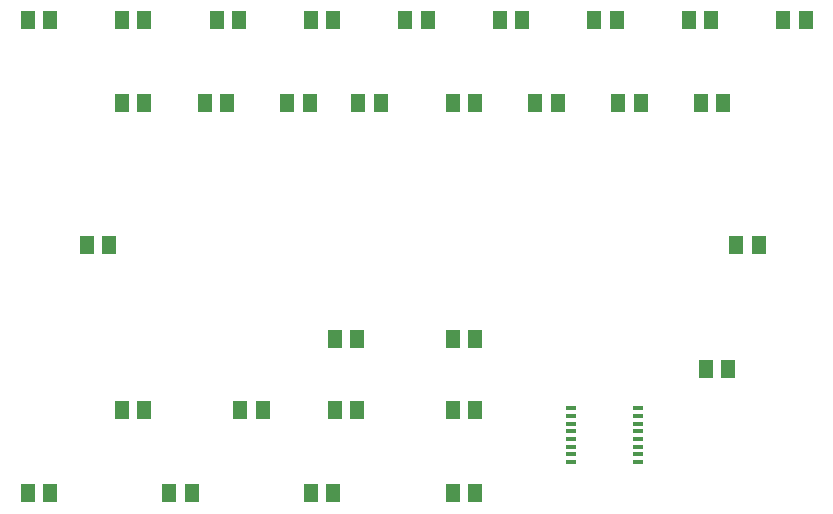
<source format=gbr>
G04 EAGLE Gerber RS-274X export*
G75*
%MOMM*%
%FSLAX34Y34*%
%LPD*%
%INSolderpaste Top*%
%IPPOS*%
%AMOC8*
5,1,8,0,0,1.08239X$1,22.5*%
G01*
%ADD10R,1.300000X1.500000*%
%ADD11R,0.900000X0.350000*%


D10*
X219500Y380000D03*
X200500Y380000D03*
X550500Y380000D03*
X569500Y380000D03*
X480500Y380000D03*
X499500Y380000D03*
X380500Y120000D03*
X399500Y120000D03*
X360500Y50000D03*
X379500Y50000D03*
X620500Y380000D03*
X639500Y380000D03*
X713550Y155000D03*
X694550Y155000D03*
X170500Y260000D03*
X189500Y260000D03*
X259500Y50000D03*
X240500Y50000D03*
D11*
X580250Y121700D03*
X580250Y115200D03*
X580250Y108700D03*
X580250Y102200D03*
X580250Y95700D03*
X580250Y89200D03*
X580250Y82700D03*
X580250Y76200D03*
X637750Y76200D03*
X637750Y82700D03*
X637750Y89200D03*
X637750Y95700D03*
X637750Y102200D03*
X637750Y108700D03*
X637750Y115200D03*
X637750Y121700D03*
D10*
X600500Y450000D03*
X619500Y450000D03*
X680500Y450000D03*
X699500Y450000D03*
X760500Y450000D03*
X779500Y450000D03*
X690500Y380000D03*
X709500Y380000D03*
X720500Y260000D03*
X739500Y260000D03*
X539500Y450000D03*
X520500Y450000D03*
X459500Y450000D03*
X440500Y450000D03*
X499500Y120000D03*
X480500Y120000D03*
X480500Y180000D03*
X499500Y180000D03*
X380500Y180000D03*
X399500Y180000D03*
X120500Y450000D03*
X139500Y450000D03*
X200500Y450000D03*
X219500Y450000D03*
X280500Y450000D03*
X299500Y450000D03*
X340500Y380000D03*
X359500Y380000D03*
X270500Y380000D03*
X289500Y380000D03*
X300500Y120000D03*
X319500Y120000D03*
X400500Y380000D03*
X419500Y380000D03*
X379500Y450000D03*
X360500Y450000D03*
X120500Y50000D03*
X139500Y50000D03*
X200500Y120000D03*
X219500Y120000D03*
X480500Y50000D03*
X499500Y50000D03*
M02*

</source>
